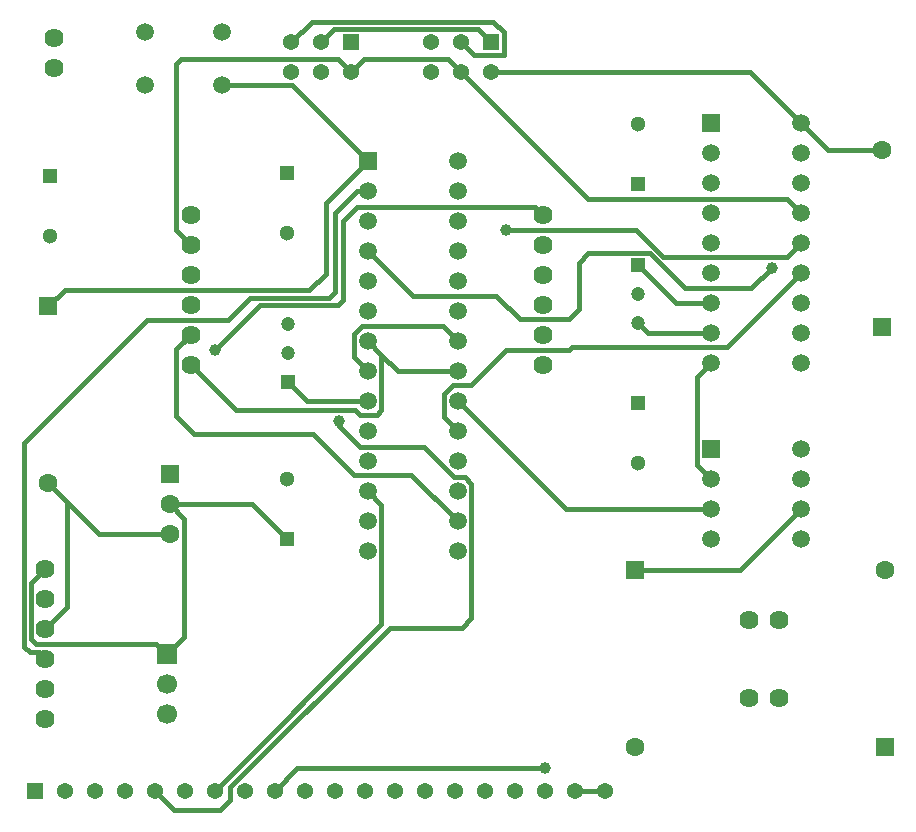
<source format=gbl>
G04*
G04 #@! TF.GenerationSoftware,Altium Limited,Altium Designer,22.9.1 (49)*
G04*
G04 Layer_Physical_Order=2*
G04 Layer_Color=16711680*
%FSLAX25Y25*%
%MOIN*%
G70*
G04*
G04 #@! TF.SameCoordinates,8C7AA2B9-2782-4D16-8663-33B98A07A00E*
G04*
G04*
G04 #@! TF.FilePolarity,Positive*
G04*
G01*
G75*
%ADD35C,0.01500*%
%ADD36C,0.06378*%
%ADD37C,0.05906*%
%ADD38R,0.05906X0.05906*%
%ADD39R,0.05394X0.05394*%
%ADD40C,0.05394*%
%ADD41C,0.06299*%
%ADD42R,0.06299X0.06299*%
%ADD43C,0.06693*%
%ADD44R,0.06693X0.06693*%
%ADD45R,0.04724X0.04724*%
%ADD46C,0.04724*%
%ADD47R,0.06299X0.06299*%
%ADD48R,0.05118X0.05118*%
%ADD49C,0.05118*%
%ADD50C,0.03937*%
D35*
X133600Y165900D02*
X139000Y160500D01*
X129000Y170500D02*
X133600Y165900D01*
X28770Y116702D02*
X39535Y105937D01*
X22500Y122972D02*
X28770Y116702D01*
X268900Y198400D02*
X273500Y203000D01*
X218500Y207500D02*
X227600Y198400D01*
X175000Y207500D02*
X218500D01*
X227600Y198400D02*
X268900D01*
X103373Y270000D02*
X110273Y276900D01*
X170700D01*
X174300Y273300D01*
Y265700D02*
Y273300D01*
X164300Y265700D02*
X174300D01*
X160000Y270000D02*
X164300Y265700D01*
X154000Y175500D02*
X159000Y170500D01*
X127200Y175500D02*
X154000D01*
X124400Y172700D02*
X127200Y175500D01*
X124400Y165100D02*
Y172700D01*
Y165100D02*
X129000Y160500D01*
X16761Y89761D02*
X21500Y94500D01*
X16761Y71239D02*
Y89761D01*
Y71239D02*
X18500Y69500D01*
X58516D01*
X62016Y66000D01*
X39535Y105937D02*
X63000D01*
X28770Y81770D02*
Y116702D01*
X21500Y74500D02*
X28770Y81770D01*
X133600Y147500D02*
Y165900D01*
X132000Y145900D02*
X133600Y147500D01*
X126500Y145900D02*
X132000D01*
X124900Y147500D02*
X126500Y145900D01*
X85000Y147500D02*
X124900D01*
X70000Y162500D02*
X85000Y147500D01*
X90563Y115937D02*
X102000Y104500D01*
X63000Y115937D02*
X90563D01*
X62016Y66000D02*
X67700Y71684D01*
Y111237D01*
X63000Y115937D02*
X67700Y111237D01*
X19313Y66687D02*
X21500Y64500D01*
X16274Y66687D02*
X19313D01*
X14461Y68500D02*
X16274Y66687D01*
X14461Y68500D02*
Y136361D01*
X55600Y177500D01*
X82600D01*
X89900Y184800D01*
X116000D01*
X118000Y186800D01*
Y213000D01*
X125500Y220500D01*
X129000D01*
X238900Y129100D02*
X243500Y124500D01*
X238900Y129100D02*
Y158400D01*
X243500Y163000D01*
X102500Y156894D02*
X108894Y150500D01*
X129000D01*
X119600Y142100D02*
Y143697D01*
Y142100D02*
X126600Y135100D01*
X147900D01*
X157900Y125100D01*
X161400D01*
X163600Y122900D01*
Y78100D02*
Y122900D01*
X160400Y74900D02*
X163600Y78100D01*
X136300Y74900D02*
X160400D01*
X83000Y21600D02*
X136300Y74900D01*
X83000Y17300D02*
Y21600D01*
X79800Y14100D02*
X83000Y17300D01*
X64400Y14100D02*
X79800D01*
X58000Y20500D02*
X64400Y14100D01*
X78200Y167500D02*
X93138Y182438D01*
X119200D01*
X120900Y184138D01*
Y210400D01*
X125600Y215100D01*
X184900D01*
X187500Y212500D01*
X65200Y207300D02*
X70000Y202500D01*
X65200Y207300D02*
Y262600D01*
X66900Y264300D01*
X119073D01*
X123373Y260000D01*
X127673Y264300D01*
X155700D01*
X160000Y260000D01*
X202400Y217600D01*
X268900D01*
X273500Y213000D01*
X113373Y270000D02*
X117673Y274300D01*
X165700D01*
X170000Y270000D01*
X154400Y145100D02*
X159000Y140500D01*
X154400Y145100D02*
Y152700D01*
X157600Y155900D01*
X163500D01*
X175100Y167500D01*
X196100D01*
X197000Y168400D01*
X248900D01*
X273500Y193000D01*
X253028Y94028D02*
X273500Y114500D01*
X218000Y94028D02*
X253028D01*
X65200Y167700D02*
X70000Y172500D01*
X65200Y145300D02*
Y167700D01*
Y145300D02*
X71000Y139500D01*
X110900D01*
X124500Y125900D01*
X143600D01*
X159000Y110500D01*
X129000Y200500D02*
X144000Y185500D01*
X171900D01*
X179700Y177700D01*
X196000D01*
X199400Y181100D01*
Y196500D01*
X202600Y199700D01*
X223000D01*
X234700Y188000D01*
X256900D01*
X263700Y194800D01*
X78000Y20500D02*
X133600Y76100D01*
Y115900D01*
X129000Y120500D02*
X133600Y115900D01*
X98000Y20500D02*
X105500Y28000D01*
X188100D01*
X22500Y182028D02*
X27972Y187500D01*
X109600D01*
X115000Y192900D01*
Y216500D01*
X129000Y230500D01*
X103858Y255642D02*
X129000Y230500D01*
X80295Y255642D02*
X103858D01*
X139000Y160500D02*
X159000D01*
Y150500D02*
X195000Y114500D01*
X243500D01*
X198000Y20500D02*
X208000D01*
X256500Y260000D02*
X273500Y243000D01*
X170000Y260000D02*
X256500D01*
X273500Y243000D02*
X282472Y234028D01*
X300500D01*
X219000Y176500D02*
X222500Y173000D01*
X243500D01*
X219000Y195713D02*
X231713Y183000D01*
X243500D01*
D36*
X187500Y162500D02*
D03*
Y172500D02*
D03*
Y182500D02*
D03*
Y192500D02*
D03*
Y202500D02*
D03*
Y212500D02*
D03*
X70000Y162500D02*
D03*
Y172500D02*
D03*
Y182500D02*
D03*
Y192500D02*
D03*
Y202500D02*
D03*
Y212500D02*
D03*
X24500Y261500D02*
D03*
Y271500D02*
D03*
X21500Y44500D02*
D03*
Y54500D02*
D03*
Y64500D02*
D03*
Y74500D02*
D03*
Y84500D02*
D03*
Y94500D02*
D03*
X256000Y77500D02*
D03*
X266000D02*
D03*
X256000Y51500D02*
D03*
X266000D02*
D03*
D37*
X159000Y100500D02*
D03*
Y110500D02*
D03*
Y120500D02*
D03*
Y130500D02*
D03*
Y140500D02*
D03*
Y150500D02*
D03*
Y160500D02*
D03*
Y170500D02*
D03*
Y180500D02*
D03*
Y190500D02*
D03*
Y200500D02*
D03*
Y210500D02*
D03*
Y220500D02*
D03*
Y230500D02*
D03*
X129000Y100500D02*
D03*
Y110500D02*
D03*
Y120500D02*
D03*
Y130500D02*
D03*
Y140500D02*
D03*
Y150500D02*
D03*
Y160500D02*
D03*
Y170500D02*
D03*
Y180500D02*
D03*
Y190500D02*
D03*
Y200500D02*
D03*
Y210500D02*
D03*
Y220500D02*
D03*
X54705Y255642D02*
D03*
Y273358D02*
D03*
X80295D02*
D03*
Y255642D02*
D03*
X273500Y104500D02*
D03*
Y114500D02*
D03*
Y124500D02*
D03*
Y134500D02*
D03*
X243500Y104500D02*
D03*
Y114500D02*
D03*
Y124500D02*
D03*
Y233000D02*
D03*
Y223000D02*
D03*
Y213000D02*
D03*
Y203000D02*
D03*
Y193000D02*
D03*
Y183000D02*
D03*
Y173000D02*
D03*
Y163000D02*
D03*
X273500Y243000D02*
D03*
Y233000D02*
D03*
Y223000D02*
D03*
Y213000D02*
D03*
Y203000D02*
D03*
Y193000D02*
D03*
Y183000D02*
D03*
Y173000D02*
D03*
Y163000D02*
D03*
D38*
X129000Y230500D02*
D03*
X243500Y134500D02*
D03*
Y243000D02*
D03*
D39*
X123373Y270000D02*
D03*
X18000Y20500D02*
D03*
X170000Y270000D02*
D03*
D40*
X123373Y260000D02*
D03*
X113373Y270000D02*
D03*
Y260000D02*
D03*
X103373Y270000D02*
D03*
Y260000D02*
D03*
X28000Y20500D02*
D03*
X38000D02*
D03*
X48000D02*
D03*
X58000D02*
D03*
X68000D02*
D03*
X78000D02*
D03*
X88000D02*
D03*
X98000D02*
D03*
X108000D02*
D03*
X118000D02*
D03*
X128000D02*
D03*
X138000D02*
D03*
X148000D02*
D03*
X158000D02*
D03*
X168000D02*
D03*
X178000D02*
D03*
X188000D02*
D03*
X198000D02*
D03*
X208000D02*
D03*
X170000Y260000D02*
D03*
X160000Y270000D02*
D03*
Y260000D02*
D03*
X150000Y270000D02*
D03*
Y260000D02*
D03*
D41*
X63000Y105937D02*
D03*
Y115937D02*
D03*
X218000Y34972D02*
D03*
X22500Y122972D02*
D03*
X300500Y234028D02*
D03*
X301500Y94028D02*
D03*
D42*
X63000Y125937D02*
D03*
D43*
X62016Y45921D02*
D03*
Y55961D02*
D03*
D44*
Y66000D02*
D03*
D45*
X102500Y156894D02*
D03*
X219000Y195713D02*
D03*
D46*
X102500Y166500D02*
D03*
Y176106D02*
D03*
X219000Y186106D02*
D03*
Y176500D02*
D03*
D47*
X218000Y94028D02*
D03*
X22500Y182028D02*
D03*
X300500Y174972D02*
D03*
X301500Y34972D02*
D03*
D48*
X219000Y222819D02*
D03*
Y149819D02*
D03*
X23000Y225500D02*
D03*
X102000Y226500D02*
D03*
Y104500D02*
D03*
D49*
X219000Y242819D02*
D03*
Y129819D02*
D03*
X23000Y205500D02*
D03*
X102000Y206500D02*
D03*
Y124500D02*
D03*
D50*
X175000Y207500D02*
D03*
X119600Y143697D02*
D03*
X78200Y167500D02*
D03*
X263700Y194800D02*
D03*
X188100Y28000D02*
D03*
M02*

</source>
